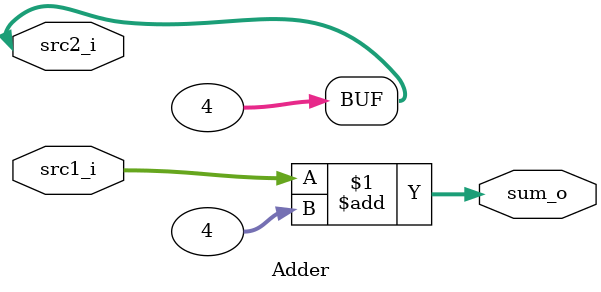
<source format=v>
module Adder( src1_i, src2_i, sum_o	);

//I/O ports
input	[32-1:0] src1_i;
input	[32-1:0] src2_i;
output	[32-1:0] sum_o;

//Internal Signals
wire	[32-1:0] sum_o;
    
//Main function
/*your code here*/

assign src2_i = 32'd4;
assign sum_o = src1_i+src2_i;

endmodule

</source>
